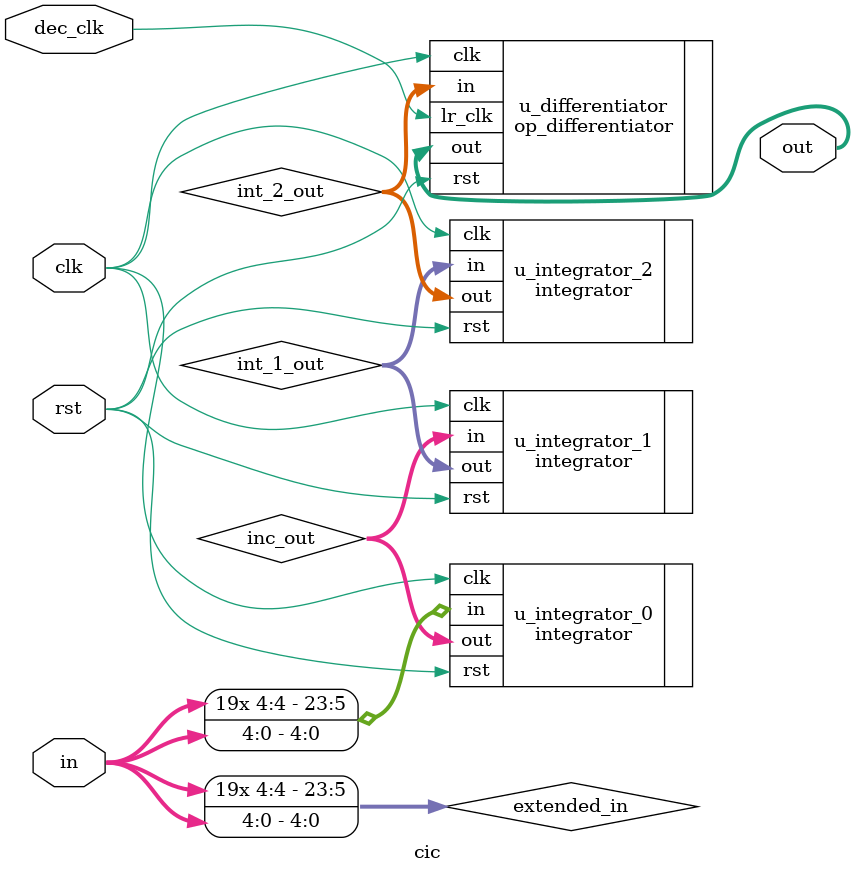
<source format=v>


module cic (
    input wire clk,
    input wire dec_clk,
    input wire rst,
    input wire [4:0] in,
    output [23:0] out 
);

    wire [23:0] inc_out;
    wire [23:0] int_1_out;
    wire [23:0] int_2_out;
	wire [23:0] extended_in;
	assign extended_in = {{19{in[4]}}, in}; 
    generate 
		integrator u_integrator_0(
			.clk(clk),
			.rst(rst),
			.in(extended_in),  // Pass the sign-extended input
			.out(inc_out)
		);
		integrator u_integrator_1(
			.clk(clk),
			.rst(rst),
			.in(inc_out),
			.out(int_1_out)
		);
		integrator u_integrator_2(
			.clk(clk),
			.rst(rst),
			.in(int_1_out),
			.out(int_2_out)
		);
		op_differentiator u_differentiator(
			.clk(clk),
			.rst(rst),
			.lr_clk(dec_clk),
			.in(int_2_out),
			.out(out)
		);
    endgenerate

endmodule

</source>
